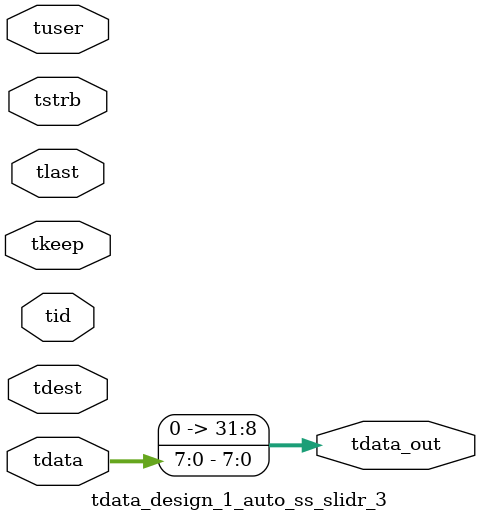
<source format=v>


`timescale 1ps/1ps

module tdata_design_1_auto_ss_slidr_3 #
(
parameter C_S_AXIS_TDATA_WIDTH = 32,
parameter C_S_AXIS_TUSER_WIDTH = 0,
parameter C_S_AXIS_TID_WIDTH   = 0,
parameter C_S_AXIS_TDEST_WIDTH = 0,
parameter C_M_AXIS_TDATA_WIDTH = 32
)
(
input  [(C_S_AXIS_TDATA_WIDTH == 0 ? 1 : C_S_AXIS_TDATA_WIDTH)-1:0     ] tdata,
input  [(C_S_AXIS_TUSER_WIDTH == 0 ? 1 : C_S_AXIS_TUSER_WIDTH)-1:0     ] tuser,
input  [(C_S_AXIS_TID_WIDTH   == 0 ? 1 : C_S_AXIS_TID_WIDTH)-1:0       ] tid,
input  [(C_S_AXIS_TDEST_WIDTH == 0 ? 1 : C_S_AXIS_TDEST_WIDTH)-1:0     ] tdest,
input  [(C_S_AXIS_TDATA_WIDTH/8)-1:0 ] tkeep,
input  [(C_S_AXIS_TDATA_WIDTH/8)-1:0 ] tstrb,
input                                                                    tlast,
output [C_M_AXIS_TDATA_WIDTH-1:0] tdata_out
);

assign tdata_out = {tdata[7:0]};

endmodule


</source>
